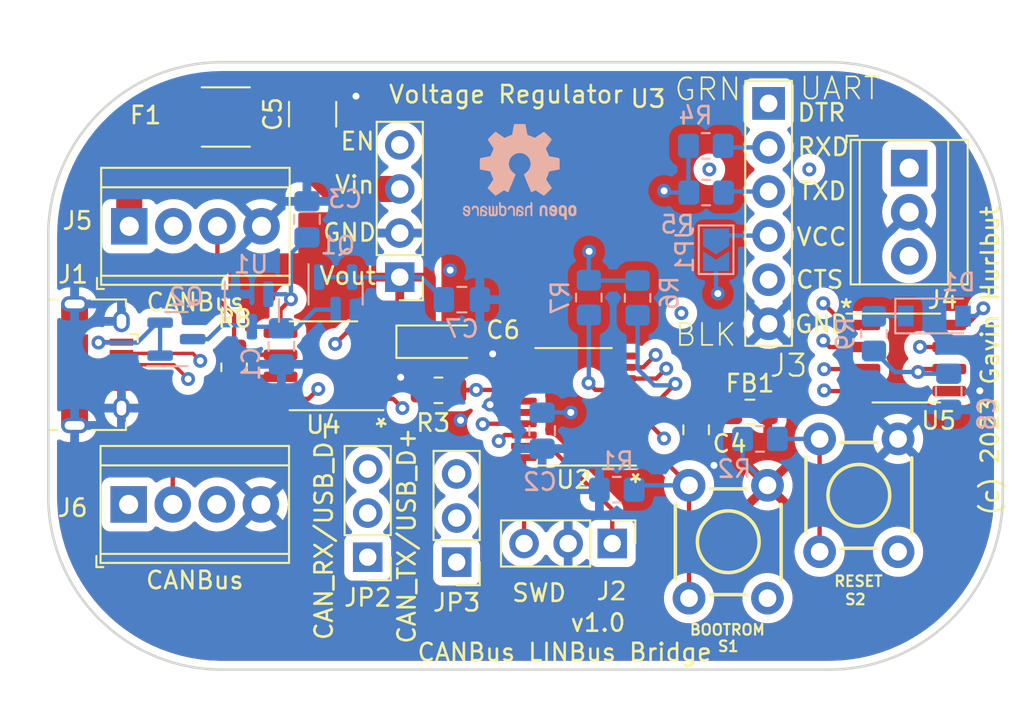
<source format=kicad_pcb>
(kicad_pcb (version 20211014) (generator pcbnew)
  (title_block (title "CANBus LINBus Bridge") (date "2023-02-28") (rev "1.0") (company "Gavin Hurlbut"))
  (layers (0 "F.Cu" signal) (1 "In1.Cu" signal) (2 "In2.Cu" signal) (31 "B.Cu" signal) (34 "B.Paste" user) (35 "F.Paste" user) (36 "B.SilkS" user "B.Silkscreen") (37 "F.SilkS" user "F.Silkscreen") (38 "B.Mask" user) (39 "F.Mask" user) (44 "Edge.Cuts" user))
  (net 0 "")
  (net 1 "GND")
  (net 2 "+3V3")
  (net 3 "+5VP")
  (net 4 "+12V")
  (net 5 "+5V")
  (net 6 "+BATT")
  (net 7 "VBUS")
  (net 8 "USB_D-")
  (net 9 "USB_D+")
  (net 11 "LIN")
  (net 12 "CANH")
  (net 13 "CANL")
  (net 14 "CAN_RX")
  (net 15 "CAN_TX")
  (net 16 "Net-(JP2-Pad2)")
  (net 17 "Net-(R1-Pad1)")
  (net 18 "Net-(D1-Pad1)")
  (net 19 "CAN_STBY")
  (net 20 "Net-(D1-Pad2)")
  (net 21 "RXD")
  (net 22 "TXD")
  (net 23 "~{LIN_SLP}")
  (net 24 "~{LIN_WAKE}")
  (net 25 "SWDIO")
  (net 26 "SWDCLK")
  (net 27 "~{RESET}")
  (net 30 "/VDDA")
  (net 41 "Net-(J3-Pad4)")
  (net 43 "Net-(JP3-Pad2)")
  (footprint "Connector_PinHeader_2.54mm:PinHeader_1x03_P2.54mm_Vertical" (layer "F.Cu") (at 73.4 97.14 180)
    (fp_text reference "JP2" (at 0 -2.33) (layer "F.SilkS"))
    (fp_text value "CAN_RX/USB_D-" (at 2.525 1.565 90) (layer "F.SilkS"))
    (pad "1" thru_hole rect (at 0 0 180) (size 1.7 1.7) (drill 1) (layers *.Cu *.Mask) (net 14 "CAN_RX"))
    (pad "2" thru_hole oval (at 0 2.54 180) (size 1.7 1.7) (drill 1) (layers *.Cu *.Mask) (net 16 "Net-(JP2-Pad2)"))
    (pad "3" thru_hole oval (at 0 5.08 180) (size 1.7 1.7) (drill 1) (layers *.Cu *.Mask) (net 8 "USB_D-"))
  )
  (footprint "TerminalBlock_TE-Connectivity:TerminalBlock_TE_282834-4_1x04_P2.54mm_Horizontal" (layer "F.Cu") (at 59.625 94.1)
    (fp_text reference "J6" (at -3.225 0.2) (layer "F.SilkS"))
    (fp_text value "CANBus" (at 3.81 4.37) (layer "F.SilkS"))
    (pad "1" thru_hole rect (at 0 0) (size 2.1 2.1) (drill 1.1) (layers *.Cu *.Mask) (net 6 "+BATT"))
    (pad "2" thru_hole circle (at 2.54 0) (size 2.1 2.1) (drill 1.1) (layers *.Cu *.Mask) (net 12 "CANH"))
    (pad "3" thru_hole circle (at 5.08 0) (size 2.1 2.1) (drill 1.1) (layers *.Cu *.Mask) (net 13 "CANL"))
    (pad "4" thru_hole circle (at 7.62 0) (size 2.1 2.1) (drill 1.1) (layers *.Cu *.Mask) (net 1 "GND"))
  )
  (footprint "Connector_PinHeader_2.54mm:PinHeader_1x03_P2.54mm_Vertical" (layer "F.Cu") (at 87.49 96.35 -90)
    (fp_text reference "J2" (at 2.75 0.04 180) (layer "F.SilkS"))
    (fp_text value "SWD" (at 2.85 4.215 180) (layer "F.SilkS"))
    (pad "1" thru_hole rect (at 0 0 270) (size 1.7 1.7) (drill 1) (layers *.Cu *.Mask) (net 25 "SWDIO"))
    (pad "2" thru_hole oval (at 0 2.54 270) (size 1.7 1.7) (drill 1) (layers *.Cu *.Mask) (net 1 "GND"))
    (pad "3" thru_hole oval (at 0 5.08 270) (size 1.7 1.7) (drill 1) (layers *.Cu *.Mask) (net 26 "SWDCLK"))
  )
  (footprint "Resistor_SMD:R_0805_2012Metric_Pad1.20x1.40mm_HandSolder" (layer "F.Cu") (at 65.7 86.2 90)
    (fp_text reference "R8" (at 2.8 0.025 180) (layer "F.SilkS"))
    (fp_text value "120R")
    (pad "1" smd roundrect (at -1 0 90) (size 1.2 1.4) (layers "F.Cu" "F.Paste" "F.Mask") (roundrect_rratio 0.2083333333) (net 12 "CANH"))
    (pad "2" smd roundrect (at 1 0 90) (size 1.2 1.4) (layers "F.Cu" "F.Paste" "F.Mask") (roundrect_rratio 0.2083333333) (net 13 "CANL"))
  )
  (footprint "Capacitor_SMD:C_0805_2012Metric_Pad1.18x1.45mm_HandSolder" (layer "F.Cu") (at 92.325 89.8 -90)
    (fp_text reference "C4" (at 0.8 -1.925 180) (layer "F.SilkS"))
    (fp_text value "100nF")
    (pad "1" smd roundrect (at -1.0375 0 270) (size 1.175 1.45) (layers "F.Cu" "F.Paste" "F.Mask") (roundrect_rratio 0.2127659574) (net 30 "/VDDA"))
    (pad "2" smd roundrect (at 1.0375 0 270) (size 1.175 1.45) (layers "F.Cu" "F.Paste" "F.Mask") (roundrect_rratio 0.2127659574) (net 1 "GND"))
  )
  (footprint "SparkFun-Switches:TACTILE_SWITCH_PTH_6.0MM" (layer "F.Cu") (at 94.175 96.25 -90)
    (fp_text reference "S1" (at 6.025 0 180) (layer "F.SilkS") (effects (font (size 0.6096 0.6096) (thickness 0.127))))
    (fp_text value "BOOTROM" (at 5.075 0.05 180) (layer "F.SilkS") (effects (font (size 0.6096 0.6096) (thickness 0.127))))
    (pad "1" thru_hole circle locked (at -3.2512 -2.2606 270) (size 1.8796 1.8796) (drill 1.016) (layers *.Cu *.Mask) (net 2 "+3V3"))
    (pad "2" thru_hole circle locked (at 3.2512 -2.2606 270) (size 1.8796 1.8796) (drill 1.016) (layers *.Cu *.Mask))
    (pad "3" thru_hole circle locked (at -3.2512 2.2606 270) (size 1.8796 1.8796) (drill 1.016) (layers *.Cu *.Mask) (net 17 "Net-(R1-Pad1)"))
    (pad "4" thru_hole circle locked (at 3.2512 2.2606 270) (size 1.8796 1.8796) (drill 1.016) (layers *.Cu *.Mask))
  )
  (footprint "TerminalBlock_TE-Connectivity:TerminalBlock_TE_282834-3_1x03_P2.54mm_Horizontal" (layer "F.Cu") (at 104.6 74.72 -90)
    (fp_text reference "J4" (at 7.59 -1.92 180) (layer "F.SilkS"))
    (fp_text value "LINBus")
    (pad "1" thru_hole rect (at 0 0 270) (size 2.1 2.1) (drill 1.1) (layers *.Cu *.Mask) (net 4 "+12V"))
    (pad "2" thru_hole circle (at 2.54 0 270) (size 2.1 2.1) (drill 1.1) (layers *.Cu *.Mask) (net 1 "GND"))
    (pad "3" thru_hole circle (at 5.08 0 270) (size 2.1 2.1) (drill 1.1) (layers *.Cu *.Mask) (net 11 "LIN"))
  )
  (footprint "Package_SO:SOIC-8_3.9x4.9mm_P1.27mm" (layer "F.Cu") (at 104.435 85.665)
    (fp_text reference "U5" (at 1.865 3.605 180) (layer "F.SilkS"))
    (fp_text value "TJA1021T")
    (fp_text user "*" (at -3.46 -2.84 unlocked) (layer "F.SilkS"))
    (pad "1" smd roundrect (at -2.475 -1.905) (size 1.95 0.6) (layers "F.Cu" "F.Paste" "F.Mask") (net 21 "RXD"))
    (pad "2" smd roundrect (at -2.475 -0.635) (size 1.95 0.6) (layers "F.Cu" "F.Paste" "F.Mask") (net 23 "~{LIN_SLP}"))
    (pad "3" smd roundrect (at -2.475 0.635) (size 1.95 0.6) (layers "F.Cu" "F.Paste" "F.Mask") (net 24 "~{LIN_WAKE}"))
    (pad "4" smd roundrect (at -2.475 1.905) (size 1.95 0.6) (layers "F.Cu" "F.Paste" "F.Mask") (net 22 "TXD"))
    (pad "5" smd roundrect (at 2.475 1.905) (size 1.95 0.6) (layers "F.Cu" "F.Paste" "F.Mask") (net 1 "GND"))
    (pad "6" smd roundrect (at 2.475 0.635) (size 1.95 0.6) (layers "F.Cu" "F.Paste" "F.Mask") (net 11 "LIN"))
    (pad "7" smd roundrect (at 2.475 -0.635) (size 1.95 0.6) (layers "F.Cu" "F.Paste" "F.Mask") (net 4 "+12V"))
    (pad "8" smd roundrect (at 2.475 -1.905) (size 1.95 0.6) (layers "F.Cu" "F.Paste" "F.Mask") (net 20 "Net-(D1-Pad2)"))
  )
  (footprint "Resistor_SMD:R_0805_2012Metric_Pad1.20x1.40mm_HandSolder" (layer "F.Cu") (at 77.475 87.525)
    (fp_text reference "R3" (at -0.3 1.875 180) (layer "F.SilkS"))
    (fp_text value "100k")
    (pad "1" smd roundrect (at -1 0) (size 1.2 1.4) (layers "F.Cu" "F.Paste" "F.Mask") (roundrect_rratio 0.2083333333) (net 2 "+3V3"))
    (pad "2" smd roundrect (at 1 0) (size 1.2 1.4) (layers "F.Cu" "F.Paste" "F.Mask") (roundrect_rratio 0.2083333333) (net 19 "CAN_STBY"))
  )
  (footprint "Beirdo:FTDI-TARGET" (layer "F.Cu") (at 96.5 70.99 -90)
    (fp_text reference "J3" (at 15.11 -1.15) (layer "F.SilkS") (effects (font (size 1.27 1.27) (thickness 0.127))))
    (fp_text value "UART" (at -0.865 -4.1 180) (layer "F.SilkS") (effects (font (size 1.27 1.27) (thickness 0.1016))))
    (fp_text user "BLK" (at 13.335 3.625) (layer "F.SilkS") (effects (font (size 1.27 1.27) (thickness 0.1016))))
    (fp_text user "VCC" (at 7.6962 -3.048) (layer "F.SilkS"))
    (fp_text user "GND" (at 12.7254 -3.048) (layer "F.SilkS"))
    (fp_text user "DTR" (at 0.535 -3.05) (layer "F.SilkS"))
    (fp_text user "TXD" (at 5.0546 -3.0988) (layer "F.SilkS"))
    (fp_text user "GRN" (at -0.815 3.5) (layer "F.SilkS") (effects (font (size 1.27 1.27) (thickness 0.1016))))
    (fp_text user "RXD" (at 2.5146 -3.1496) (layer "F.SilkS"))
    (fp_text user "CTS" (at 10.16 -2.9464) (layer "F.SilkS"))
    (pad "1" thru_hole rect (at 0 0 270) (size 1.8796 1.8796) (drill 1.016) (layers *.Cu *.Paste *.Mask))
    (pad "2" thru_hole circle (at 2.54 0 270) (size 1.8796 1.8796) (drill 1.016) (layers *.Cu *.Paste *.Mask) (net 21 "RXD"))
    (pad "3" thru_hole circle (at 5.08 0 270) (size 1.8796 1.8796) (drill 1.016) (layers *.Cu *.Paste *.Mask) (net 22 "TXD"))
    (pad "4" thru_hole circle (at 7.62 0 270) (size 1.8796 1.8796) (drill 1.016) (layers *.Cu *.Paste *.Mask) (net 41 "Net-(J3-Pad4)"))
    (pad "5" thru_hole circle (at 10.16 0 270) (size 1.8796 1.8796) (drill 1.016) (layers *.Cu *.Paste *.Mask))
    (pad "6" thru_hole circle (at 12.7 0 270) (size 1.8796 1.8796) (drill 1.016) (layers *.Cu *.Paste *.Mask) (net 1 "GND"))
  )
  (footprint "Resistor_SMD:R_1812_4532Metric_Pad1.30x3.40mm_HandSolder" (layer "F.Cu") (at 65.225 71.775)
    (fp_text reference "F1" (at -4.625 -0.1) (layer "F.SilkS"))
    (fp_text value "3A Polyfuse")
    (pad "1" smd roundrect (at -2.225 0) (size 1.3 3.4) (layers "F.Cu" "F.Paste" "F.Mask") (roundrect_rratio 0.1923076923) (net 6 "+BATT"))
    (pad "2" smd roundrect (at 2.225 0) (size 1.3 3.4) (layers "F.Cu" "F.Paste" "F.Mask") (roundrect_rratio 0.1923076923) (net 4 "+12V"))
  )
  (footprint "Capacitor_Tantalum_SMD:CP_EIA-3216-10_Kemet-I_Pad1.58x1.35mm_HandSolder" (layer "F.Cu") (at 77.5375 84.725)
    (fp_text reference "C6" (at 3.6625 -0.675) (layer "F.SilkS"))
    (fp_text value "100uF Ta 6V")
    (pad "1" smd roundrect (at -1.4375 0) (size 1.575 1.35) (layers "F.Cu" "F.Paste" "F.Mask") (roundrect_rratio 0.1851851852) (net 5 "+5V"))
    (pad "2" smd roundrect (at 1.4375 0) (size 1.575 1.35) (layers "F.Cu" "F.Paste" "F.Mask") (roundrect_rratio 0.1851851852) (net 1 "GND"))
  )
  (footprint "TerminalBlock_TE-Connectivity:TerminalBlock_TE_282834-4_1x04_P2.54mm_Horizontal" (layer "F.Cu") (at 59.66 78.075)
    (fp_text reference "J5" (at -2.985 -0.325) (layer "F.SilkS"))
    (fp_text value "CANBus" (at 3.81 4.37) (layer "F.SilkS"))
    (pad "1" thru_hole rect (at 0 0) (size 2.1 2.1) (drill 1.1) (layers *.Cu *.Mask) (net 6 "+BATT"))
    (pad "2" thru_hole circle (at 2.54 0) (size 2.1 2.1) (drill 1.1) (layers *.Cu *.Mask) (net 12 "CANH"))
    (pad "3" thru_hole circle (at 5.08 0) (size 2.1 2.1) (drill 1.1) (layers *.Cu *.Mask) (net 13 "CANL"))
    (pad "4" thru_hole circle (at 7.62 0) (size 2.1 2.1) (drill 1.1) (layers *.Cu *.Mask) (net 1 "GND"))
  )
  (footprint "Capacitor_SMD:C_1210_3225Metric_Pad1.33x2.70mm_HandSolder" (layer "F.Cu") (at 70.225 71.6125 90)
    (fp_text reference "C5" (at 0 -2.3 90) (layer "F.SilkS"))
    (fp_text value "10uF 100V")
    (pad "1" smd roundrect (at -1.5625 0 90) (size 1.325 2.7) (layers "F.Cu" "F.Paste" "F.Mask") (roundrect_rratio 0.1886792453) (net 4 "+12V"))
    (pad "2" smd roundrect (at 1.5625 0 90) (size 1.325 2.7) (layers "F.Cu" "F.Paste" "F.Mask") (roundrect_rratio 0.1886792453) (net 1 "GND"))
  )
  (footprint "Package_SO:TSSOP-20_4.4x6.5mm_P0.65mm" (layer "F.Cu") (at 85.2625 88.475 180)
    (fp_text reference "U2" (at 0 -4.2) (layer "F.SilkS"))
    (fp_text value "STM32F042F6Px")
    (fp_text user "*" (at -3.57 -3.785 180 unlocked) (layer "F.SilkS"))
    (pad "1" smd roundrect (at -2.8625 -2.925 180) (size 1.475 0.4) (layers "F.Cu" "F.Paste" "F.Mask") (net 17 "Net-(R1-Pad1)"))
    (pad "2" smd roundrect (at -2.8625 -2.275 180) (size 1.475 0.4) (layers "F.Cu" "F.Paste" "F.Mask"))
    (pad "3" smd roundrect (at -2.8625 -1.625 180) (size 1.475 0.4) (layers "F.Cu" "F.Paste" "F.Mask"))
    (pad "4" smd roundrect (at -2.8625 -0.975 180) (size 1.475 0.4) (layers "F.Cu" "F.Paste" "F.Mask") (net 27 "~{RESET}"))
    (pad "5" smd roundrect (at -2.8625 -0.325 180) (size 1.475 0.4) (layers "F.Cu" "F.Paste" "F.Mask") (net 30 "/VDDA"))
    (pad "6" smd roundrect (at -2.8625 0.325 180) (size 1.475 0.4) (layers "F.Cu" "F.Paste" "F.Mask") (net 23 "~{LIN_SLP}"))
    (pad "7" smd roundrect (at -2.8625 0.975 180) (size 1.475 0.4) (layers "F.Cu" "F.Paste" "F.Mask") (net 24 "~{LIN_WAKE}"))
    (pad "8" smd roundrect (at -2.8625 1.625 180) (size 1.475 0.4) (layers "F.Cu" "F.Paste" "F.Mask") (net 22 "TXD"))
    (pad "9" smd roundrect (at -2.8625 2.275 180) (size 1.475 0.4) (layers "F.Cu" "F.Paste" "F.Mask") (net 21 "RXD"))
    (pad "10" smd roundrect (at -2.8625 2.925 180) (size 1.475 0.4) (layers "F.Cu" "F.Paste" "F.Mask"))
    (pad "11" smd roundrect (at 2.8625 2.925 180) (size 1.475 0.4) (layers "F.Cu" "F.Paste" "F.Mask"))
    (pad "12" smd roundrect (at 2.8625 2.275 180) (size 1.475 0.4) (layers "F.Cu" "F.Paste" "F.Mask"))
    (pad "13" smd roundrect (at 2.8625 1.625 180) (size 1.475 0.4) (layers "F.Cu" "F.Paste" "F.Mask"))
    (pad "14" smd roundrect (at 2.8625 0.975 180) (size 1.475 0.4) (layers "F.Cu" "F.Paste" "F.Mask") (net 19 "CAN_STBY"))
    (pad "15" smd roundrect (at 2.8625 0.325 180) (size 1.475 0.4) (layers "F.Cu" "F.Paste" "F.Mask") (net 1 "GND"))
    (pad "16" smd roundrect (at 2.8625 -0.325 180) (size 1.475 0.4) (layers "F.Cu" "F.Paste" "F.Mask") (net 2 "+3V3"))
    (pad "17" smd roundrect (at 2.8625 -0.975 180) (size 1.475 0.4) (layers "F.Cu" "F.Paste" "F.Mask") (net 16 "Net-(JP2-Pad2)"))
    (pad "18" smd roundrect (at 2.8625 -1.625 180) (size 1.475 0.4) (layers "F.Cu" "F.Paste" "F.Mask") (net 43 "Net-(JP3-Pad2)"))
    (pad "19" smd roundrect (at 2.8625 -2.275 180) (size 1.475 0.4) (layers "F.Cu" "F.Paste" "F.Mask") (net 25 "SWDIO"))
    (pad "20" smd roundrect (at 2.8625 -2.925 180) (size 1.475 0.4) (layers "F.Cu" "F.Paste" "F.Mask") (net 26 "SWDCLK"))
  )
  (footprint "Beirdo:Switching_Regulator_Module" (layer "F.Cu") (at 75.275 81.1 180)
    (fp_text reference "U3" (at -14.275 10.375 unlocked) (layer "F.SilkS"))
    (fp_text value "Voltage Regulator" (at -6.1 10.625 180) (layer "F.SilkS"))
    (fp_text user "EN" (at 2.4638 7.9248 180) (layer "F.SilkS"))
    (fp_text user "GND" (at 2.921 2.667 180) (layer "F.SilkS"))
    (fp_text user "Vin" (at 2.6277 5.4224 180) (layer "F.SilkS"))
    (fp_text user "Vout" (at 3.0277 0.1724 180) (layer "F.SilkS"))
    (pad "1" thru_hole rect (at 0.0277 0.0974 180) (size 1.7 1.7) (drill 1) (layers *.Cu *.Mask) (net 5 "+5V"))
    (pad "2" thru_hole oval (at 0.0277 2.6374 180) (size 1.7 1.7) (drill 1) (layers *.Cu *.Mask) (net 1 "GND"))
    (pad "3" thru_hole oval (at 0.0277 5.1774 180) (size 1.7 1.7) (drill 1) (layers *.Cu *.Mask) (net 4 "+12V"))
    (pad "4" thru_hole oval (at 0.0277 7.7174 180) (size 1.7 1.7) (drill 1) (layers *.Cu *.Mask))
  )
  (footprint "SparkFun-Switches:TACTILE_SWITCH_PTH_6.0MM" (layer "F.Cu") (at 101.7 93.575 -90)
    (fp_text reference "S2" (at 6 0.2 180) (layer "F.SilkS") (effects (font (size 0.6096 0.6096) (thickness 0.127))))
    (fp_text value "RESET" (at 4.95 0.025 180) (layer "F.SilkS") (effects (font (size 0.6096 0.6096) (thickness 0.127))))
    (pad "1" thru_hole circle locked (at -3.2512 -2.2606 270) (size 1.8796 1.8796) (drill 1.016) (layers *.Cu *.Mask) (net 1 "GND"))
    (pad "2" thru_hole circle locked (at 3.2512 -2.2606 270) (size 1.8796 1.8796) (drill 1.016) (layers *.Cu *.Mask))
    (pad "3" thru_hole circle locked (at -3.2512 2.2606 270) (size 1.8796 1.8796) (drill 1.016) (layers *.Cu *.Mask) (net 27 "~{RESET}"))
    (pad "4" thru_hole circle locked (at 3.2512 2.2606 270) (size 1.8796 1.8796) (drill 1.016) (layers *.Cu *.Mask))
  )
  (footprint "Connector_USB:USB_Micro-B_Amphenol_10118194_Horizontal" (layer "F.Cu") (at 57.81 86.05 -90)
    (fp_text reference "J1" (at -5.2 1.385 180) (layer "F.SilkS"))
    (fp_text value "USB_B_Micro")
    (pad "1" smd rect (at -1.3 -1.4 270) (size 0.4 1.35) (layers "F.Cu" "F.Paste" "F.Mask") (net 7 "VBUS"))
    (pad "2" smd rect (at -0.65 -1.4 270) (size 0.4 1.35) (layers "F.Cu" "F.Paste" "F.Mask") (net 8 "USB_D-"))
    (pad "3" smd rect (at 0 -1.4 270) (size 0.4 1.35) (layers "F.Cu" "F.Paste" "F.Mask") (net 9 "USB_D+"))
    (pad "4" smd rect (at 0.65 -1.4 270) (size 0.4 1.35) (layers "F.Cu" "F.Paste" "F.Mask"))
    (pad "5" smd rect (at 1.3 -1.4 270) (size 0.4 1.35) (layers "F.Cu" "F.Paste" "F.Mask") (net 1 "GND"))
    (pad "6" smd rect (at 1 1.3 270) (size 1.5 1.55) (layers "F.Cu" "F.Paste" "F.Mask") (net 1 "GND"))
    (pad "6" smd rect (at -1 1.3 270) (size 1.5 1.55) (layers "F.Cu" "F.Paste" "F.Mask") (net 1 "GND"))
    (pad "6" smd rect (at 2.9 1.3 270) (size 1.2 1.55) (layers "F.Cu" "F.Paste" "F.Mask") (net 1 "GND"))
    (pad "6" thru_hole oval (at -2.5 -1.4 270) (size 1.25 0.95) (drill oval 0.85 0.55) (layers *.Cu *.Mask) (net 1 "GND"))
    (pad "6" thru_hole oval (at -3.5 1.3 270) (size 0.89 1.55) (drill oval 0.5 1.15) (layers *.Cu *.Mask) (net 1 "GND"))
    (pad "6" thru_hole oval (at 3.5 1.3 270) (size 0.89 1.55) (drill oval 0.5 1.15) (layers *.Cu *.Mask) (net 1 "GND"))
    (pad "6" smd rect (at -2.9 1.3 270) (size 1.2 1.55) (layers "F.Cu" "F.Paste" "F.Mask") (net 1 "GND"))
    (pad "6" thru_hole oval (at 2.5 -1.4 270) (size 1.25 0.95) (drill oval 0.85 0.55) (layers *.Cu *.Mask) (net 1 "GND"))
  )
  (footprint "Beirdo:Altoid-Board-Outline" (layer "F.Cu") (at 55.05 68.6)
    (fp_text reference "BOARD" hide)
    (fp_text value "Altoid-Board-Outline")
    (fp_line (start 9.941268 0.017468) (end 44.941268 0.017468) (layer "Edge.Cuts") (width 0.15))
    (fp_line (start 54.941268 10.017468) (end 54.941268 25.017468) (layer "Edge.Cuts") (width 0.15))
    (fp_line (start -0.058732 10.017468) (end -0.058732 25.017468) (layer "Edge.Cuts") (width 0.15))
    (fp_line (start 9.941268 35.017468) (end 44.941268 35.017468) (layer "Edge.Cuts") (width 0.15))
    (fp_arc (start 54.941268 25.017468) (mid 52.012336 32.088536) (end 44.941268 35.017468) (layer "Edge.Cuts") (width 0.15))
    (fp_arc (start 9.941268 35.017468) (mid 2.8702 32.088536) (end -0.058732 25.017468) (layer "Edge.Cuts") (width 0.15))
    (fp_arc (start 44.941268 0.017468) (mid 52.012334 2.9464) (end 54.941268 10.017468) (layer "Edge.Cuts") (width 0.15))
    (fp_arc (start -0.058732 10.017468) (mid 2.8702 2.9464) (end 9.941268 0.017468) (layer "Edge.Cuts") (width 0.15))
  )
  (footprint "Connector_PinHeader_2.54mm:PinHeader_1x03_P2.54mm_Vertical" (layer "F.Cu") (at 78.525 97.425 180)
    (fp_text reference "JP3" (at 0 -2.33) (layer "F.SilkS"))
    (fp_text value "CAN_TX/USB_D+" (at 2.875 1.525 90) (layer "F.SilkS"))
    (pad "1" thru_hole rect (at 0 0 180) (size 1.7 1.7) (drill 1) (layers *.Cu *.Mask) (net 15 "CAN_TX"))
    (pad "2" thru_hole oval (at 0 2.54 180) (size 1.7 1.7) (drill 1) (layers *.Cu *.Mask) (net 43 "Net-(JP3-Pad2)"))
    (pad "3" thru_hole oval (at 0 5.08 180) (size 1.7 1.7) (drill 1) (layers *.Cu *.Mask) (net 9 "USB_D+"))
  )
  (footprint "Inductor_SMD:L_0805_2012Metric_Pad1.15x1.40mm_HandSolder" (layer "F.Cu") (at 95.425 88.775)
    (fp_text reference "FB1" (at 0 -1.65) (layer "F.SilkS"))
    (fp_text value "Ferrite")
    (pad "1" smd roundrect (at -1.025 0) (size 1.15 1.4) (layers "F.Cu" "F.Paste" "F.Mask") (roundrect_rratio 0.2173913043) (net 30 "/VDDA"))
    (pad "2" smd roundrect (at 1.025 0) (size 1.15 1.4) (layers "F.Cu" "F.Paste" "F.Mask") (roundrect_rratio 0.2173913043) (net 2 "+3V3"))
  )
  (footprint "Package_SO:SOIC-8_3.9x4.9mm_P1.27mm" (layer "F.Cu") (at 70.85 86.11 180)
    (fp_text reference "U4" (at 0 -3.4) (layer "F.SilkS"))
    (fp_text value "MCP2562HD")
    (fp_text user "*" (at -3.325 -2.95 180 unlocked) (layer "F.SilkS"))
    (pad "1" smd roundrect (at -2.475 -1.905 180) (size 1.95 0.6) (layers "F.Cu" "F.Paste" "F.Mask") (net 15 "CAN_TX"))
    (pad "2" smd roundrect (at -2.475 -0.635 180) (size 1.95 0.6) (layers "F.Cu" "F.Paste" "F.Mask") (net 1 "GND"))
    (pad "3" smd roundrect (at -2.475 0.635 180) (size 1.95 0.6) (layers "F.Cu" "F.Paste" "F.Mask") (net 5 "+5V"))
    (pad "4" smd roundrect (at -2.475 1.905 180) (size 1.95 0.6) (layers "F.Cu" "F.Paste" "F.Mask") (net 14 "CAN_RX"))
    (pad "5" smd roundrect (at 2.475 1.905 180) (size 1.95 0.6) (layers "F.Cu" "F.Paste" "F.Mask") (net 2 "+3V3"))
    (pad "6" smd roundrect (at 2.475 0.635 180) (size 1.95 0.6) (layers "F.Cu" "F.Paste" "F.Mask") (net 13 "CANL"))
    (pad "7" smd roundrect (at 2.475 -0.635 180) (size 1.95 0.6) (layers "F.Cu" "F.Paste" "F.Mask") (net 12 "CANH"))
    (pad "8" smd roundrect (at 2.475 -1.905 180) (size 1.95 0.6) (layers "F.Cu" "F.Paste" "F.Mask") (net 19 "CAN_STBY"))
  )
  (footprint "Capacitor_SMD:C_0805_2012Metric_Pad1.18x1.45mm_HandSolder" (layer "B.Cu") (at 78.825 82.3)
    (fp_text reference "C7" (at 0 1.68) (layer "B.SilkS") (effects (justify mirror)))
    (fp_text value "10uF")
    (pad "1" smd roundrect (at -1.0375 0) (size 1.175 1.45) (layers "B.Cu" "B.Paste" "B.Mask") (roundrect_rratio 0.2127659574) (net 5 "+5V"))
    (pad "2" smd roundrect (at 1.0375 0) (size 1.175 1.45) (layers "B.Cu" "B.Paste" "B.Mask") (roundrect_rratio 0.2127659574) (net 1 "GND"))
  )
  (footprint "Package_TO_SOT_SMD:SOT-23" (layer "B.Cu") (at 66.725 82.925 -90)
    (fp_text reference "U1" (at -2.65 0.05 180) (layer "B.SilkS") (effects (justify mirror)))
    (fp_text value "MCP1754S-3302xCB")
    (pad "1" smd roundrect (at -0.9375 0.95 270) (size 1.475 0.6) (layers "B.Cu" "B.Paste" "B.Mask") (net 1 "GND"))
    (pad "2" smd roundrect (at -0.9375 -0.95 270) (size 1.475 0.6) (layers "B.Cu" "B.Paste" "B.Mask") (net 2 "+3V3"))
    (pad "3" smd roundrect (at 0.9375 0 270) (size 1.475 0.6) (layers "B.Cu" "B.Paste" "B.Mask") (net 3 "+5VP"))
  )
  (footprint "Resistor_SMD:R_0805_2012Metric_Pad1.20x1.40mm_HandSolder" (layer "B.Cu") (at 87.75 93.25 180)
    (fp_text reference "R1" (at 0 1.65) (layer "B.SilkS") (effects (justify mirror)))
    (fp_text value "10k")
    (pad "1" smd roundrect (at -1 0 180) (size 1.2 1.4) (layers "B.Cu" "B.Paste" "B.Mask") (roundrect_rratio 0.2083333333) (net 17 "Net-(R1-Pad1)"))
    (pad "2" smd roundrect (at 1 0 180) (size 1.2 1.4) (layers "B.Cu" "B.Paste" "B.Mask") (roundrect_rratio 0.2083333333) (net 1 "GND"))
  )
  (footprint "Capacitor_SMD:C_0805_2012Metric_Pad1.18x1.45mm_HandSolder" (layer "B.Cu") (at 83.45 89.85 90)
    (fp_text reference "C2" (at -2.95 -0.125 180) (layer "B.SilkS") (effects (justify mirror)))
    (fp_text value "100nF")
    (pad "1" smd roundrect (at -1.0375 0 90) (size 1.175 1.45) (layers "B.Cu" "B.Paste" "B.Mask") (roundrect_rratio 0.2127659574) (net 1 "GND"))
    (pad "2" smd roundrect (at 1.0375 0 90) (size 1.175 1.45) (layers "B.Cu" "B.Paste" "B.Mask") (roundrect_rratio 0.2127659574) (net 2 "+3V3"))
  )
  (footprint "Resistor_SMD:R_0805_2012Metric_Pad1.20x1.40mm_HandSolder" (layer "B.Cu") (at 92.88 73.44)
    (fp_text reference "R4" (at -0.59 -1.75) (layer "B.SilkS") (effects (justify mirror)))
    (fp_text value "10k")
    (pad "1" smd roundrect (at -1 0) (size 1.2 1.4) (layers "B.Cu" "B.Paste" "B.Mask") (roundrect_rratio 0.208333) (net 2 "+3V3"))
    (pad "2" smd roundrect (at 1 0) (size 1.2 1.4) (layers "B.Cu" "B.Paste" "B.Mask") (roundrect_rratio 0.208333) (net 21 "RXD"))
  )
  (footprint "Resistor_SMD:R_0805_2012Metric_Pad1.20x1.40mm_HandSolder" (layer "B.Cu") (at 86.14 82.18 -90)
    (fp_text reference "R7" (at 0 1.65 90) (layer "B.SilkS") (effects (justify mirror)))
    (fp_text value "10k")
    (pad "1" smd roundrect (at -1 0 270) (size 1.2 1.4) (layers "B.Cu" "B.Paste" "B.Mask") (roundrect_rratio 0.208333) (net 2 "+3V3"))
    (pad "2" smd roundrect (at 1 0 270) (size 1.2 1.4) (layers "B.Cu" "B.Paste" "B.Mask") (roundrect_rratio 0.208333) (net 24 "~{LIN_WAKE}"))
  )
  (footprint "Capacitor_SMD:C_0805_2012Metric_Pad1.18x1.45mm_HandSolder" (layer "B.Cu") (at 106.88 87.6075 -90)
    (fp_text reference "C8" (at 1.2625 -2.2 90) (layer "B.SilkS") (effects (justify mirror)))
    (fp_text value "1nF")
    (pad "1" smd roundrect (at -1.0375 0 270) (size 1.175 1.45) (layers "B.Cu" "B.Paste" "B.Mask") (roundrect_rratio 0.212766) (net 11 "LIN"))
    (pad "2" smd roundrect (at 1.0375 0 270) (size 1.175 1.45) (layers "B.Cu" "B.Paste" "B.Mask") (roundrect_rratio 0.212766) (net 1 "GND"))
  )
  (footprint "Capacitor_SMD:C_0805_2012Metric_Pad1.18x1.45mm_HandSolder" (layer "B.Cu") (at 69.9 77.675 90)
    (fp_text reference "C3" (at 1.175 2.2 180) (layer "B.SilkS") (effects (justify mirror)))
    (fp_text value "1uF")
    (pad "1" smd roundrect (at -1.0375 0 90) (size 1.175 1.45) (layers "B.Cu" "B.Paste" "B.Mask") (roundrect_rratio 0.2127659574) (net 2 "+3V3"))
    (pad "2" smd roundrect (at 1.0375 0 90) (size 1.175 1.45) (layers "B.Cu" "B.Paste" "B.Mask") (roundrect_rratio 0.2127659574) (net 1 "GND"))
  )
  (footprint "Capacitor_SMD:C_0805_2012Metric_Pad1.18x1.45mm_HandSolder" (layer "B.Cu") (at 68.425 84.9875 -90)
    (fp_text reference "C1" (at 1.0125 1.75 90) (layer "B.SilkS") (effects (justify mirror)))
    (fp_text value "1uF")
    (pad "1" smd roundrect (at -1.0375 0 270) (size 1.175 1.45) (layers "B.Cu" "B.Paste" "B.Mask") (roundrect_rratio 0.2127659574) (net 3 "+5VP"))
    (pad "2" smd roundrect (at 1.0375 0 270) (size 1.175 1.45) (layers "B.Cu" "B.Paste" "B.Mask") (roundrect_rratio 0.2127659574) (net 1 "GND"))
  )
  (footprint "Package_TO_SOT_SMD:SOT-23" (layer "B.Cu") (at 62.375 84.575)
    (fp_text reference "Q2" (at 0.575 -2.45) (layer "B.SilkS") (effects (justify mirror)))
    (fp_text value "2N7002")
    (pad "1" smd roundrect (at -0.9375 0.95) (size 1.475 0.6) (layers "B.Cu" "B.Paste" "B.Mask") (net 7 "VBUS"))
    (pad "2" smd roundrect (at -0.9375 -0.95) (size 1.475 0.6) (layers "B.Cu" "B.Paste" "B.Mask") (net 7 "VBUS"))
    (pad "3" smd roundrect (at 0.9375 0) (size 1.475 0.6) (layers "B.Cu" "B.Paste" "B.Mask") (net 3 "+5VP"))
  )
  (footprint "Resistor_SMD:R_0805_2012Metric_Pad1.20x1.40mm_HandSolder" (layer "B.Cu") (at 92.9 76.13)
    (fp_text reference "R5" (at -1.65 1.84) (layer "B.SilkS") (effects (justify mirror)))
    (fp_text value "10k")
    (pad "1" smd roundrect (at -1 0) (size 1.2 1.4) (layers "B.Cu" "B.Paste" "B.Mask") (roundrect_rratio 0.208333) (net 2 "+3V3"))
    (pad "2" smd roundrect (at 1 0) (size 1.2 1.4) (layers "B.Cu" "B.Paste" "B.Mask") (roundrect_rratio 0.208333) (net 22 "TXD"))
  )
  (footprint "Package_TO_SOT_SMD:SOT-23" (layer "B.Cu") (at 71.55 81.9375 -90)
    (fp_text reference "Q1" (at -2.7625 -0.125 180) (layer "B.SilkS") (effects (justify mirror)))
    (fp_text value "2N7002")
    (pad "1" smd roundrect (at -0.9375 0.95 270) (size 1.475 0.6) (layers "B.Cu" "B.Paste" "B.Mask") (net 5 "+5V"))
    (pad "2" smd roundrect (at -0.9375 -0.95 270) (size 1.475 0.6) (layers "B.Cu" "B.Paste" "B.Mask") (net 5 "+5V"))
    (pad "3" smd roundrect (at 0.9375 0 270) (size 1.475 0.6) (layers "B.Cu" "B.Paste" "B.Mask") (net 3 "+5VP"))
  )
  (footprint "Resistor_SMD:R_0805_2012Metric_Pad1.20x1.40mm_HandSolder" (layer "B.Cu") (at 88.95 82.2 -90)
    (fp_text reference "R6" (at -0.28 -1.84 90) (layer "B.SilkS") (effects (justify mirror)))
    (fp_text value "10k")
    (pad "1" smd roundrect (at -1 0 270) (size 1.2 1.4) (layers "B.Cu" "B.Paste" "B.Mask") (roundrect_rratio 0.208333) (net 2 "+3V3"))
    (pad "2" smd roundrect (at 1 0 270) (size 1.2 1.4) (layers "B.Cu" "B.Paste" "B.Mask") (roundrect_rratio 0.208333) (net 23 "~{LIN_SLP}"))
  )
  (footprint "Diode_SMD:D_SOD-123" (layer "B.Cu") (at 106.05 83.24)
    (fp_text reference "D1" (at 1.4 -1.94) (layer "B.SilkS") (effects (justify mirror)))
    (fp_text value "BAT42W-V")
    (pad "1" smd rect (at -1.65 0) (size 0.9 1.2) (layers "B.Cu" "B.Paste" "B.Mask") (net 18 "Net-(D1-Pad1)"))
    (pad "2" smd rect (at 1.65 0) (size 0.9 1.2) (layers "B.Cu" "B.Paste" "B.Mask") (net 20 "Net-(D1-Pad2)"))
  )
  (footprint "Symbol:OSHW-Logo2_7.3x6mm_SilkScreen" (layer "B.Cu") (at 82.16 74.94 180)
    (fp_text reference "REF**" hide)
    (fp_text value "OSHW-Logo2_7.3x6mm_SilkScreen" hide)
  )
  (footprint "Resistor_SMD:R_0805_2012Metric_Pad1.20x1.40mm_HandSolder" (layer "B.Cu") (at 102.57 84.26 -90)
    (fp_text reference "R9" (at 0 1.65 90) (layer "B.SilkS") (effects (justify mirror)))
    (fp_text value "1k")
    (pad "1" smd roundrect (at -1 0 270) (size 1.2 1.4) (layers "B.Cu" "B.Paste" "B.Mask") (roundrect_rratio 0.208333) (net 18 "Net-(D1-Pad1)"))
    (pad "2" smd roundrect (at 1 0 270) (size 1.2 1.4) (layers "B.Cu" "B.Paste" "B.Mask") (roundrect_rratio 0.208333) (net 11 "LIN"))
  )
  (footprint "Jumper:SolderJumper-2_P1.3mm_Open_TrianglePad1.0x1.5mm" (layer "B.Cu") (at 93.475 79.425 -90)
    (fp_text reference "JP1" (at 0 1.8 90) (layer "B.SilkS") (effects (justify mirror)))
    (fp_text value "UART 3.3V")
    (pad "1" smd custom (at -0.725 0 270) (size 0.3 0.3) (layers "B.Cu" "B.Mask") (net 41 "Net-(J3-Pad4)") (options (clearance outline) (anchor rect)) (primitives (gr_poly (pts (xy 1 0) (xy 0.5 -0.75) (xy -0.5 -0.75) (xy -0.5 0.75) (xy 0.5 0.75)) (width 0) (fill yes))))
    (pad "2" smd custom (at 0.725 0 270) (size 0.3 0.3) (layers "B.Cu" "B.Mask") (net 2 "+3V3") (options (clearance outline) (anchor rect)) (primitives (gr_poly (pts (xy 0.5 -0.75) (xy -0.65 -0.75) (xy -0.15 0) (xy -0.65 0.75) (xy 0.5 0.75)) (width 0) (fill yes))))
  )
  (footprint "Resistor_SMD:R_0805_2012Metric_Pad1.20x1.40mm_HandSolder" (layer "B.Cu") (at 96 90.325)
    (fp_text reference "R2" (at -1.475 1.725) (layer "B.SilkS") (effects (justify mirror)))
    (fp_text value "10k")
    (pad "1" smd roundrect (at -1 0) (size 1.2 1.4) (layers "B.Cu" "B.Paste" "B.Mask") (roundrect_rratio 0.2083333333) (net 2 "+3V3"))
    (pad "2" smd roundrect (at 1 0) (size 1.2 1.4) (layers "B.Cu" "B.Paste" "B.Mask") (roundrect_rratio 0.2083333333) (net 27 "~{RESET}"))
  )
  (gr_text "CANBus LINBus Bridge" (at 84.75 102.62) (layer "F.SilkS") (effects (font (size 1 1))))
  (gr_text "v1.0" (at 86.67 100.92) (layer "F.SilkS") (effects (font (size 1 1))))
  (gr_text "(c) 2023 Gavin Hurlbut" (at 109.26 85.82 90) (layer "F.SilkS") (effects (font (size 1 1))))
  (segment (start 108.67 87.55) (end 106.93 87.55) (width 0.25) (layer "F.Cu") (net 1))
  (segment (start 70.225 70.05) (end 72.2 70.05) (width 1.5) (layer "F.Cu") (net 1))
  (segment (start 75.3 86.775) (end 73.355 86.775) (width 0.25) (layer "F.Cu") (net 1))
  (segment (start 92.3375 90.8375) (end 93.35 91.85) (width 0.25) (layer "F.Cu") (net 1))
  (segment (start 72.2 70.05) (end 72.725 70.575) (width 1.5) (layer "F.Cu") (net 1))
  (segment (start 78.975 84.725) (end 80.175 84.725) (width 0.25) (layer "F.Cu") (net 1))
  (segment (start 80.6 85.15) (end 80.6 85.425) (width 0.25) (layer "F.Cu") (net 1))
  (segment (start 73.355 86.775) (end 73.325 86.745) (width 0.25) (layer "F.Cu") (net 1))
  (segment (start 92.325 90.8375) (end 92.3375 90.8375) (width 0.25) (layer "F.Cu") (net 1))
  (segment (start 80.175 84.725) (end 80.6 85.15) (width 0.25) (layer "F.Cu") (net 1))
  (segment (start 56.51 87.05) (end 56.51 89.55) (width 0.25) (layer "F.Cu") (net 1))
  (segment (start 56.51 85.05) (end 56.51 82.55) (width 0.25) (layer "F.Cu") (net 1))
  (segment (start 59.21 87.35) (end 59.21 88.55) (width 0.25) (layer "F.Cu") (net 1))
  (segment (start 80.65 88.15) (end 80.45 88.35) (width 0.25) (layer "F.Cu") (net 1))
  (segment (start 106.93 87.55) (end 106.91 87.57) (width 0.25) (layer "F.Cu") (net 1))
  (segment (start 82.4 88.15) (end 80.65 88.15) (width 0.25) (layer "F.Cu") (net 1))
  (via (at 80.45 88.35) (size 0.8) (drill 0.4) (layers "F.Cu" "B.Cu") (net 1))
  (via (at 108.67 87.55) (size 0.8) (drill 0.4) (layers "F.Cu" "B.Cu") (net 1))
  (via (at 72.725 70.575) (size 0.8) (drill 0.4) (layers "F.Cu" "B.Cu") (net 1))
  (via (at 93.35 91.85) (size 0.8) (drill 0.4) (layers "F.Cu" "B.Cu") (net 1))
  (via (at 80.6 85.425) (size 0.8) (drill 0.4) (layers "F.Cu" "B.Cu") (net 1))
  (via (at 75.3 86.775) (size 0.8) (drill 0.4) (layers "F.Cu" "B.Cu") (net 1))
  (segment (start 77.175 89.25) (end 76.475 88.55) (width 0.25) (layer "F.Cu") (net 2))
  (segment (start 68.375 82.875) (end 68.975 82.275) (width 0.25) (layer "F.Cu") (net 2))
  (segment (start 68.375 84.205) (end 68.375 82.875) (width 0.25) (layer "F.Cu") (net 2))
  (segment (start 76.475 88.55) (end 76.475 87.525) (width 0.25) (layer "F.Cu") (net 2))
  (segment locked (start 82.4 88.8) (end 84.7 88.8) (width 0.25) (layer "F.Cu") (net 2))
  (segment (start 84.7 88.8) (end 85.1 88.8) (width 0.25) (layer "F.Cu") (net 2))
  (segment (start 78.75 89.25) (end 77.175 89.25) (width 0.25) (layer "F.Cu") (net 2))
  (via (at 90.48 76.03) (size 0.8) (drill 0.4) (layers "F.Cu" "B.Cu") (net 2))
  (via (at 78.15 80.6) (size 0.8) (drill 0.4) (layers "F.Cu" "B.Cu") (net 2))
  (via (at 85.1 88.8) (size 0.8) (drill 0.4) (layers "F.Cu" "B.Cu") (net 2))
  (via (at 93.575 81.95) (size 0.8) (drill 0.4) (layers "F.Cu" "B.Cu") (net 2))
  (via (at 78.75 89.25) (size 0.8) (drill 0.4) (layers "F.Cu" "B.Cu") (net 2))
  (via (at 86.16 79.52) (size 0.8) (drill 0.4) (layers "F.Cu" "B.Cu") (net 2))
  (via (at 68.975 82.275) (size 0.8) (drill 0.4) (layers "F.Cu" "B.Cu") (net 2))
  (segment (start 86.14 79.54) (end 86.16 79.52) (width 0.25) (layer "B.Cu") (net 2))
  (segment (start 83.4625 88.8) (end 83.45 88.8125) (width 0.25) (layer "B.Cu") (net 2))
  (segment (start 91.9 76.13) (end 90.58 76.13) (width 0.25) (layer "B.Cu") (net 2))
  (segment (start 68.6875 81.9875) (end 68.975 82.275) (width 0.25) (layer "B.Cu") (net 2))
  (segment (start 86.14 81.18) (end 86.14 79.54) (width 0.25) (layer "B.Cu") (net 2))
  (segment (start 85.1 88.8) (end 83.4625 88.8) (width 0.25) (layer "B.Cu") (net 2))
  (segment (start 91.88 73.44) (end 91.88 76.11) (width 0.25) (layer "B.Cu") (net 2))
  (segment (start 90.58 76.13) (end 90.48 76.03) (width 0.25) (layer "B.Cu") (net 2))
  (segment (start 67.675 81.9875) (end 68.6875 81.9875) (width 0.25) (layer "B.Cu") (net 2))
  (segment (start 68.975 79.65) (end 68.975 82.275) (width 0.25) (layer "B.Cu") (net 2))
  (segment (start 69.9 78.725) (end 68.975 79.65) (width 0.25) (layer "B.Cu") (net 2))
  (segment (start 95 90.325) (end 95 91.5632) (width 0.25) (layer "B.Cu") (net 2))
  (segment (start 93.475 80.15) (end 93.475 81.85) (width 0.25) (layer "B.Cu") (net 2))
  (segment (start 91.88 76.11) (end 91.9 76.13) (width 0.25) (layer "B.Cu") (net 2))
  (segment (start 93.475 81.85) (end 93.575 81.95) (width 0.25) (layer "B.Cu") (net 2))
  (segment (start 95 91.5632) (end 96.4356 92.9988) (width 0.25) (layer "B.Cu") (net 2))
  (segment (start 69.9 78.7125) (end 69.9 78.725) (width 0.25) (layer "B.Cu") (net 2))
  (segment (start 88.95 81.2) (end 86.16 81.2) (width 0.25) (layer "B.Cu") (net 2))
  (segment (start 86.16 81.2) (end 86.14 81.18) (width 0.25) (layer "B.Cu") (net 2))
  (segment (start 63.3125 84.575) (end 64.2 84.575) (width 0.25) (layer "B.Cu") (net 3))
  (segment (start 64.2 84.575) (end 65 83.775) (width 0.25) (layer "B.Cu") (net 3))
  (segment (start 68.425 83.95) (end 69.3 83.95) (width 0.25) (layer "B.Cu") (net 3))
  (segment (start 65 83.775) (end 66.675 83.775) (width 0.25) (layer "B.Cu") (net 3))
  (segment (start 70.375 82.875) (end 71.55 82.875) (width 0.25) (layer "B.Cu") (net 3))
  (segment (start 69.3 83.95) (end 70.375 82.875) (width 0.25) (layer "B.Cu") (net 3))
  (segment (start 68.3375 83.8625) (end 68.425 83.95) (width 0.25) (layer "B.Cu") (net 3))
  (segment (start 66.725 83.8625) (end 68.3375 83.8625) (width 0.25) (layer "B.Cu") (net 3))
  (segment (start 71.3976 75.9226) (end 75.2473 75.9226) (width 1.5) (layer "F.Cu") (net 4))
  (segment (start 67.45 71.775) (end 68.85 73.175) (width 1.5) (layer "F.Cu") (net 4))
  (segment (start 68.85 73.175) (end 70.225 73.175) (width 1.5) (layer "F.Cu") (net 4))
  (segment (start 106.91 85.03) (end 105.23 85.03) (width 0.25) (layer "F.Cu") (net 4))
  (segment (start 70.225 74.75) (end 71.3976 75.9226) (width 1.5) (layer "F.Cu") (net 4))
  (segment (start 70.225 73.175) (end 70.225 74.75) (width 1.5) (layer "F.Cu") (net 4))
  (segment (start 105.23 85.03) (end 105.22 85.02) (width 0.25) (layer "F.Cu") (net 4))
  (via (at 105.22 85.02) (size 0.8) (drill 0.4) (layers "F.Cu" "B.Cu") (net 4))
  (via (at 93.0848 74.7948) (size 0.8) (drill 0.4) (layers "F.Cu" "B.Cu") (net 4))
  (via (at 98.8452 74.7948) (size 0.8) (drill 0.4) (layers "F.Cu" "B.Cu") (net 4))
  (segment (start 73.325 85.475) (end 75.35 85.475) (width 0.25) (layer "F.Cu") (net 5))
  (segment (start 75.35 85.475) (end 76.1 84.725) (width 0.25) (layer "F.Cu") (net 5))
  (segment (start 77.7875 82.3) (end 76.4901 81.0026) (width 0.25) (layer "B.Cu") (net 5))
  (segment (start 72.5 81) (end 72.5026 81.0026) (width 0.25) (layer "B.Cu") (net 5))
  (segment (start 72.5 81) (end 70.6 81) (width 0.25) (layer "B.Cu") (net 5))
  (segment (start 76.4901 81.0026) (end 75.2473 81.0026) (width 0.25) (layer "B.Cu") (net 5))
  (segment (start 72.5026 81.0026) (end 75.2473 81.0026) (width 0.25) (layer "B.Cu") (net 5))
  (segment (start 59.625 78.11) (end 59.66 78.075) (width 0.25) (layer "F.Cu") (net 6))
  (segment (start 59.66 72.84) (end 60.725 71.775) (width 1.5) (layer "F.Cu") (net 6))
  (segment (start 59.66 78.075) (end 59.66 72.84) (width 1.5) (layer "F.Cu") (net 6))
  (segment (start 60.725 71.775) (end 63 71.775) (width 1.5) (layer "F.Cu") (net 6))
  (segment (start 57.909502 84.75) (end 57.884502 84.775) (width 0.25) (layer "F.Cu") (net 7))
  (segment (start 59.21 84.75) (end 57.909502 84.75) (width 0.25) (layer "F.Cu") (net 7))
  (via (at 57.884502 84.775) (size 0.8) (drill 0.4) (layers "F.Cu" "B.Cu") (net 7))
  (segment (start 57.884502 84.775) (end 60.125 84.775) (width 0.25) (layer "B.Cu") (net 7))
  (segment (start 60.125 84.775) (end 61.275 83.625) (width 0.25) (layer "B.Cu") (net 7))
  (segment (start 61.4375 85.525) (end 61.4375 83.625) (width 0.25) (layer "B.Cu") (net 7))
  (segment (start 61.275 83.625) (end 61.4375 83.625) (width 0.25) (layer "B.Cu") (net 7))
  (segment (start 59.21 85.4) (end 63.325 85.4) (width 0.2) (layer "F.Cu") (net 8))
  (segment (start 63.325 85.4) (end 63.75 85.825) (width 0.2) (layer "F.Cu") (net 8))
  (via (at 63.75 85.825) (size 0.8) (drill 0.4) (layers "F.Cu" "B.Cu") (net 8))
  (segment (start 62.225 86.05) (end 63.05 86.875) (width 0.2) (layer "F.Cu") (net 9))
  (segment (start 59.21 86.05) (end 62.225 86.05) (width 0.2) (layer "F.Cu") (net 9))
  (via (at 63.05 86.875) (size 0.8) (drill 0.4) (layers "F.Cu" "B.Cu") (net 9))
  (segment (start 105.28 86.3) (end 105.11 86.47) (width 0.25) (layer "F.Cu") (net 11))
  (segment (start 106.91 86.3) (end 105.28 86.3) (width 0.25) (layer "F.Cu") (net 11))
  (via (at 105.11 86.47) (size 0.8) (drill 0.4) (layers "F.Cu" "B.Cu") (net 11))
  (segment (start 103.78 86.47) (end 105.11 86.47) (width 0.25) (layer "B.Cu") (net 11))
  (segment (start 102.57 85.26) (end 103.78 86.47) (width 0.25) (layer "B.Cu") (net 11))
  (segment (start 106.88 86.57) (end 105.21 86.57) (width 0.25) (layer "B.Cu") (net 11))
  (segment (start 105.21 86.57) (end 105.11 86.47) (width 0.25) (layer "B.Cu") (net 11))
  (segment (start 65.7 87.2) (end 65.7 89) (width 0.25) (layer "F.Cu") (net 12))
  (segment (start 65.7 89) (end 62.165 92.535) (width 0.25) (layer "F.Cu") (net 12))
  (segment (start 66.155 86.745) (end 65.7 87.2) (width 0.25) (layer "F.Cu") (net 12))
  (segment (start 68.375 86.745) (end 66.155 86.745) (width 0.25) (layer "F.Cu") (net 12))
  (segment (start 62.165 92.535) (end 62.165 94.1) (width 0.25) (layer "F.Cu") (net 12))
  (segment (start 64.74 82.24) (end 64.74 78.075) (width 0.25) (layer "F.Cu") (net 13))
  (segment (start 65.7 83.2) (end 64.74 82.24) (width 0.25) (layer "F.Cu") (net 13))
  (segment (start 65.7 85.2) (end 65.7 83.2) (width 0.25) (layer "F.Cu") (net 13))
  (segment (start 68.375 85.475) (end 65.975 85.475) (width 0.25) (layer "F.Cu") (net 13))
  (segment (start 65.975 85.475) (end 65.7 85.2) (width 0.25) (layer "F.Cu") (net 13))
  (segment (start 73.325 84.205) (end 72.17 84.205) (width 0.25) (layer "F.Cu") (net 14))
  (segment (start 72.17 84.205) (end 71.525 84.85) (width 0.25) (layer "F.Cu") (net 14))
  (via (at 71.525 84.85) (size 0.8) (drill 0.4) (layers "F.Cu" "B.Cu") (net 14))
  (segment (start 74.865 88.015) (end 75.4 88.55) (width 0.25) (layer "F.Cu") (net 15))
  (segment (start 73.325 88.015) (end 74.865 88.015) (width 0.25) (layer "F.Cu") (net 15))
  (via (at 75.4 88.55) (size 0.8) (drill 0.4) (layers "F.Cu" "B.Cu") (net 15))
  (segment (start 80.05 89.45) (end 82.4 89.45) (width 0.25) (layer "F.Cu") (net 16))
  (segment (start 80.025 89.475) (end 80.05 89.45) (width 0.25) (layer "F.Cu") (net 16))
  (via (at 80.025 89.475) (size 0.8) (drill 0.4) (layers "F.Cu" "B.Cu") (net 16))
  (segment (start 88.125 91.4) (end 90.3156 91.4) (width 0.25) (layer "F.Cu") (net 17))
  (segment (start 91.9144 92.9988) (end 91.9144 99.5012) (width 0.25) (layer "F.Cu") (net 17))
  (segment (start 90.3156 91.4) (end 91.9144 92.9988) (width 0.25) (layer "F.Cu") (net 17))
  (segment (start 89.0012 92.9988) (end 91.9144 92.9988) (width 0.25) (layer "B.Cu") (net 17))
  (segment (start 88.75 93.25) (end 89.0012 92.9988) (width 0.25) (layer "B.Cu") (net 17))
  (segment (start 104.4 83.24) (end 102.59 83.24) (width 0.25) (layer "B.Cu") (net 18))
  (segment (start 102.59 83.24) (end 102.57 83.26) (width 0.25) (layer "B.Cu") (net 18))
  (segment (start 68.375 88.015) (end 69.985 88.015) (width 0.25) (layer "F.Cu") (net 19))
  (segment (start 78.475 87.525) (end 79.625 87.525) (width 0.25) (layer "F.Cu") (net 19))
  (segment (start 69.985 88.015) (end 70.55 87.45) (width 0.25) (layer "F.Cu") (net 19))
  (segment (start 79.625 87.525) (end 79.65 87.5) (width 0.25) (layer "F.Cu") (net 19))
  (segment (start 78.1 87.5) (end 79.65 87.5) (width 0.25) (layer "F.Cu") (net 19))
  (segment (start 82.4 87.5) (end 79.65 87.5) (width 0.25) (layer "F.Cu") (net 19))
  (via (at 70.55 87.45) (size 0.8) (drill 0.4) (layers "F.Cu" "B.Cu") (net 19))
  (via (at 79.65 87.5) (size 0.8) (drill 0.4) (layers "F.Cu" "B.Cu") (net 19))
  (segment (start 107.91 83.76) (end 108.87 82.8) (width 0.25) (layer "F.Cu") (net 20))
  (segment (start 106.91 83.76) (end 107.91 83.76) (width 0.25) (layer "F.Cu") (net 20))
  (via (at 108.87 82.8) (size 0.8) (drill 0.4) (layers "F.Cu" "B.Cu") (net 20))
  (segment (start 107.7 83.24) (end 108.43 83.24) (width 0.25) (layer "B.Cu") (net 20))
  (segment (start 108.43 83.24) (end 108.87 82.8) (width 0.25) (layer "B.Cu") (net 20))
  (segment (start 101.96 83.76) (end 100.9 83.76) (width 0.25) (layer "F.Cu") (net 21))
  (segment (start 89.273362 86.2) (end 89.990592 85.48277) (width 0.25) (layer "F.Cu") (net 21))
  (segment (start 88.125 86.2) (end 89.273362 86.2) (width 0.25) (layer "F.Cu") (net 21))
  (segment (start 100.9 83.76) (end 99.65 82.51) (width 0.25) (layer "F.Cu") (net 21))
  (via (at 89.990592 85.48277) (size 0.8) (drill 0.4) (layers "F.Cu" "B.Cu") (net 21))
  (via (at 99.65 82.51) (size 0.8) (drill 0.4) (layers "F.Cu" "B.Cu") (net 21))
  (via (at 91.475 83.075) (size 0.8) (drill 0.4) (layers "F.Cu" "B.Cu") (net 21))
  (segment (start 93.97 73.53) (end 93.88 73.44) (width 0.25) (layer "B.Cu") (net 21))
  (segment (start 96.5 73.53) (end 93.97 73.53) (width 0.25) (layer "B.Cu") (net 21))
  (segment (start 90.025 86.85) (end 90.6 86.275) (width 0.25) (layer "F.Cu") (net 22))
  (segment (start 99.74 87.57) (end 99.7 87.53) (width 0.25) (layer "F.Cu") (net 22))
  (segment (start 101.96 87.57) (end 99.74 87.57) (width 0.25) (layer "F.Cu") (net 22))
  (segment (start 88.125 86.85) (end 90.025 86.85) (width 0.25) (layer "F.Cu") (net 22))
  (via (at 99.7 87.53) (size 0.8) (drill 0.4) (layers "F.Cu" "B.Cu") (net 22))
  (via (at 90.6 86.275) (size 0.8) (drill 0.4) (layers "F.Cu" "B.Cu") (net 22))
  (segment (start 93.96 76.07) (end 93.9 76.13) (width 0.25) (layer "B.Cu") (net 22))
  (segment (start 96.5 76.07) (end 93.96 76.07) (width 0.25) (layer "B.Cu") (net 22))
  (segment (start 88.125 88.15) (end 90.125 88.15) (width 0.25) (layer "F.Cu") (net 23))
  (segment (start 100.02 85.03) (end 99.65 84.66) (width 0.25) (layer "F.Cu") (net 23))
  (segment (start 101.96 85.03) (end 100.02 85.03) (width 0.25) (layer "F.Cu") (net 23))
  (segment (start 90.125 88.15) (end 91.125 87.15) (width 0.25) (layer "F.Cu") (net 23))
  (via (at 91.125 87.15) (size 0.8) (drill 0.4) (layers "F.Cu" "B.Cu") (net 23))
  (via (at 99.65 84.66) (size 0.8) (drill 0.4) (layers "F.Cu" "B.Cu") (net 23))
  (segment (start 88.95 86.28) (end 89.91 87.24) (width 0.25) (layer "B.Cu") (net 23))
  (segment (start 89.91 87.24) (end 91.035 87.24) (width 0.25) (layer "B.Cu") (net 23))
  (segment (start 88.95 83.2) (end 88.95 86.28) (width 0.25) (layer "B.Cu") (net 23))
  (segment (start 91.035 87.24) (end 91.125 87.15) (width 0.25) (layer "B.Cu") (net 23))
  (segment (start 88.125 87.5) (end 86.525 87.5) (width 0.25) (layer "F.Cu") (net 24))
  (segment (start 101.96 86.3) (end 99.71 86.3) (width 0.25) (layer "F.Cu") (net 24))
  (segment (start 86.525 87.5) (end 86.125 87.1) (width 0.25) (layer "F.Cu") (net 24))
  (segment (start 99.71 86.3) (end 99.7 86.31) (width 0.25) (layer "F.Cu") (net 24))
  (via (at 99.7 86.31) (size 0.8) (drill 0.4) (layers "F.Cu" "B.Cu") (net 24))
  (via (at 86.125 87.1) (size 0.8) (drill 0.4) (layers "F.Cu" "B.Cu") (net 24))
  (segment (start 86.14 83.18) (end 86.14 87.085) (width 0.25) (layer "B.Cu") (net 24))
  (segment (start 86.14 87.085) (end 86.125 87.1) (width 0.25) (layer "B.Cu") (net 24))
  (segment (start 82.4 90.75) (end 83.85 90.75) (width 0.25) (layer "F.Cu") (net 25))
  (segment (start 83.85 90.75) (end 87.49 94.39) (width 0.25) (layer "F.Cu") (net 25))
  (segment (start 87.49 94.39) (end 87.49 96.35) (width 0.25) (layer "F.Cu") (net 25))
  (segment (start 82.4 91.4) (end 82.41 91.41) (width 0.25) (layer "F.Cu") (net 26))
  (segment (start 82.41 91.41) (end 82.41 96.35) (width 0.25) (layer "F.Cu") (net 26))
  (segment (start 89.625 89.45) (end 90.475 90.3) (width 0.25) (layer "F.Cu") (net 27))
  (segment (start 99.4394 90.3238) (end 99.4394 96.8262) (width 0.25) (layer "F.Cu") (net 27))
  (segment (start 88.125 89.45) (end 89.625 89.45) (width 0.25) (layer "F.Cu") (net 27))
  (via (at 90.475 90.3) (size 0.8) (drill 0.4) (layers "F.Cu" "B.Cu") (net 27))
  (segment (start 99.4382 90.325) (end 99.4394 90.3238) (width 0.25) (layer "B.Cu") (net 27))
  (segment (start 97 90.325) (end 99.4382 90.325) (width 0.25) (layer "B.Cu") (net 27))
  (segment (start 92.2875 88.8) (end 92.325 88.7625) (width 0.25) (layer "F.Cu") (net 30))
  (segment (start 88.125 88.8) (end 92.2875 88.8) (width 0.25) (layer "F.Cu") (net 30))
  (segment (start 94.4 88.775) (end 92.3375 88.775) (width 0.25) (layer "F.Cu") (net 30))
  (segment (start 92.3375 88.775) (end 92.325 88.7625) (width 0.25) (layer "F.Cu") (net 30))
  (segment (start 93.565 78.61) (end 96.5 78.61) (width 0.25) (layer "B.Cu") (net 41))
  (segment (start 93.475 78.7) (end 93.565 78.61) (width 0.25) (layer "B.Cu") (net 41))
  (segment (start 81.3 90.1) (end 80.95 90.45) (width 0.25) (layer "F.Cu") (net 43))
  (segment (start 82.4 90.1) (end 81.3 90.1) (width 0.25) (layer "F.Cu") (net 43))
  (via (at 80.95 90.45) (size 0.8) (drill 0.4) (layers "F.Cu" "B.Cu") (net 43))
  (zone (net 5) (net_name "+5V") (layer "F.Cu") (connect_pads (clearance 0.508)) (min_thickness 0.254) (fill yes (thermal_gap 0.508) (thermal_bridge_width 0.508))
    (polygon (pts (xy 77.325 89.75) (xy 60.45 89.725) (xy 60.5 79.7) (xy 69.4 79.625) (xy 69.4 77.275) (xy 77.325 77.225)))
  )
  (zone (net 2) (net_name "+3V3") (layer "F.Cu") (connect_pads (clearance 0.508)) (min_thickness 0.254) (fill yes (thermal_gap 0.508) (thermal_bridge_width 0.508))
    (polygon (pts (xy 111.225 105.75) (xy 53.8 105.975) (xy 54.05 90.25) (xy 77.65 90.05) (xy 77.65 67.775) (xy 111.025 67.575)))
  )
  (zone (net 1) (net_name "GND") (layer "B.Cu") (connect_pads (clearance 0.508)) (min_thickness 0.254) (fill yes (thermal_gap 0.508) (thermal_bridge_width 0.508) (smoothing fillet))
    (polygon (pts (xy 110.85 105.325) (xy 54.225 105.7) (xy 54.45 68.1) (xy 110.65 68.1)))
  )
)
</source>
